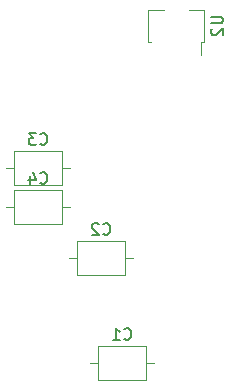
<source format=gbr>
%TF.GenerationSoftware,KiCad,Pcbnew,7.0.10*%
%TF.CreationDate,2024-03-02T18:49:49+09:00*%
%TF.ProjectId,STM32F103x8,53544d33-3246-4313-9033-78382e6b6963,rev?*%
%TF.SameCoordinates,Original*%
%TF.FileFunction,Legend,Bot*%
%TF.FilePolarity,Positive*%
%FSLAX46Y46*%
G04 Gerber Fmt 4.6, Leading zero omitted, Abs format (unit mm)*
G04 Created by KiCad (PCBNEW 7.0.10) date 2024-03-02 18:49:49*
%MOMM*%
%LPD*%
G01*
G04 APERTURE LIST*
%ADD10C,0.150000*%
%ADD11C,0.120000*%
G04 APERTURE END LIST*
D10*
X161710666Y-72869580D02*
X161758285Y-72917200D01*
X161758285Y-72917200D02*
X161901142Y-72964819D01*
X161901142Y-72964819D02*
X161996380Y-72964819D01*
X161996380Y-72964819D02*
X162139237Y-72917200D01*
X162139237Y-72917200D02*
X162234475Y-72821961D01*
X162234475Y-72821961D02*
X162282094Y-72726723D01*
X162282094Y-72726723D02*
X162329713Y-72536247D01*
X162329713Y-72536247D02*
X162329713Y-72393390D01*
X162329713Y-72393390D02*
X162282094Y-72202914D01*
X162282094Y-72202914D02*
X162234475Y-72107676D01*
X162234475Y-72107676D02*
X162139237Y-72012438D01*
X162139237Y-72012438D02*
X161996380Y-71964819D01*
X161996380Y-71964819D02*
X161901142Y-71964819D01*
X161901142Y-71964819D02*
X161758285Y-72012438D01*
X161758285Y-72012438D02*
X161710666Y-72060057D01*
X161377332Y-71964819D02*
X160758285Y-71964819D01*
X160758285Y-71964819D02*
X161091618Y-72345771D01*
X161091618Y-72345771D02*
X160948761Y-72345771D01*
X160948761Y-72345771D02*
X160853523Y-72393390D01*
X160853523Y-72393390D02*
X160805904Y-72441009D01*
X160805904Y-72441009D02*
X160758285Y-72536247D01*
X160758285Y-72536247D02*
X160758285Y-72774342D01*
X160758285Y-72774342D02*
X160805904Y-72869580D01*
X160805904Y-72869580D02*
X160853523Y-72917200D01*
X160853523Y-72917200D02*
X160948761Y-72964819D01*
X160948761Y-72964819D02*
X161234475Y-72964819D01*
X161234475Y-72964819D02*
X161329713Y-72917200D01*
X161329713Y-72917200D02*
X161377332Y-72869580D01*
X167044666Y-80489580D02*
X167092285Y-80537200D01*
X167092285Y-80537200D02*
X167235142Y-80584819D01*
X167235142Y-80584819D02*
X167330380Y-80584819D01*
X167330380Y-80584819D02*
X167473237Y-80537200D01*
X167473237Y-80537200D02*
X167568475Y-80441961D01*
X167568475Y-80441961D02*
X167616094Y-80346723D01*
X167616094Y-80346723D02*
X167663713Y-80156247D01*
X167663713Y-80156247D02*
X167663713Y-80013390D01*
X167663713Y-80013390D02*
X167616094Y-79822914D01*
X167616094Y-79822914D02*
X167568475Y-79727676D01*
X167568475Y-79727676D02*
X167473237Y-79632438D01*
X167473237Y-79632438D02*
X167330380Y-79584819D01*
X167330380Y-79584819D02*
X167235142Y-79584819D01*
X167235142Y-79584819D02*
X167092285Y-79632438D01*
X167092285Y-79632438D02*
X167044666Y-79680057D01*
X166663713Y-79680057D02*
X166616094Y-79632438D01*
X166616094Y-79632438D02*
X166520856Y-79584819D01*
X166520856Y-79584819D02*
X166282761Y-79584819D01*
X166282761Y-79584819D02*
X166187523Y-79632438D01*
X166187523Y-79632438D02*
X166139904Y-79680057D01*
X166139904Y-79680057D02*
X166092285Y-79775295D01*
X166092285Y-79775295D02*
X166092285Y-79870533D01*
X166092285Y-79870533D02*
X166139904Y-80013390D01*
X166139904Y-80013390D02*
X166711332Y-80584819D01*
X166711332Y-80584819D02*
X166092285Y-80584819D01*
X161710666Y-76171580D02*
X161758285Y-76219200D01*
X161758285Y-76219200D02*
X161901142Y-76266819D01*
X161901142Y-76266819D02*
X161996380Y-76266819D01*
X161996380Y-76266819D02*
X162139237Y-76219200D01*
X162139237Y-76219200D02*
X162234475Y-76123961D01*
X162234475Y-76123961D02*
X162282094Y-76028723D01*
X162282094Y-76028723D02*
X162329713Y-75838247D01*
X162329713Y-75838247D02*
X162329713Y-75695390D01*
X162329713Y-75695390D02*
X162282094Y-75504914D01*
X162282094Y-75504914D02*
X162234475Y-75409676D01*
X162234475Y-75409676D02*
X162139237Y-75314438D01*
X162139237Y-75314438D02*
X161996380Y-75266819D01*
X161996380Y-75266819D02*
X161901142Y-75266819D01*
X161901142Y-75266819D02*
X161758285Y-75314438D01*
X161758285Y-75314438D02*
X161710666Y-75362057D01*
X160853523Y-75600152D02*
X160853523Y-76266819D01*
X161091618Y-75219200D02*
X161329713Y-75933485D01*
X161329713Y-75933485D02*
X160710666Y-75933485D01*
X168822666Y-89379580D02*
X168870285Y-89427200D01*
X168870285Y-89427200D02*
X169013142Y-89474819D01*
X169013142Y-89474819D02*
X169108380Y-89474819D01*
X169108380Y-89474819D02*
X169251237Y-89427200D01*
X169251237Y-89427200D02*
X169346475Y-89331961D01*
X169346475Y-89331961D02*
X169394094Y-89236723D01*
X169394094Y-89236723D02*
X169441713Y-89046247D01*
X169441713Y-89046247D02*
X169441713Y-88903390D01*
X169441713Y-88903390D02*
X169394094Y-88712914D01*
X169394094Y-88712914D02*
X169346475Y-88617676D01*
X169346475Y-88617676D02*
X169251237Y-88522438D01*
X169251237Y-88522438D02*
X169108380Y-88474819D01*
X169108380Y-88474819D02*
X169013142Y-88474819D01*
X169013142Y-88474819D02*
X168870285Y-88522438D01*
X168870285Y-88522438D02*
X168822666Y-88570057D01*
X167870285Y-89474819D02*
X168441713Y-89474819D01*
X168155999Y-89474819D02*
X168155999Y-88474819D01*
X168155999Y-88474819D02*
X168251237Y-88617676D01*
X168251237Y-88617676D02*
X168346475Y-88712914D01*
X168346475Y-88712914D02*
X168441713Y-88760533D01*
X176182819Y-62103095D02*
X176992342Y-62103095D01*
X176992342Y-62103095D02*
X177087580Y-62150714D01*
X177087580Y-62150714D02*
X177135200Y-62198333D01*
X177135200Y-62198333D02*
X177182819Y-62293571D01*
X177182819Y-62293571D02*
X177182819Y-62484047D01*
X177182819Y-62484047D02*
X177135200Y-62579285D01*
X177135200Y-62579285D02*
X177087580Y-62626904D01*
X177087580Y-62626904D02*
X176992342Y-62674523D01*
X176992342Y-62674523D02*
X176182819Y-62674523D01*
X176278057Y-63103095D02*
X176230438Y-63150714D01*
X176230438Y-63150714D02*
X176182819Y-63245952D01*
X176182819Y-63245952D02*
X176182819Y-63484047D01*
X176182819Y-63484047D02*
X176230438Y-63579285D01*
X176230438Y-63579285D02*
X176278057Y-63626904D01*
X176278057Y-63626904D02*
X176373295Y-63674523D01*
X176373295Y-63674523D02*
X176468533Y-63674523D01*
X176468533Y-63674523D02*
X176611390Y-63626904D01*
X176611390Y-63626904D02*
X177182819Y-63055476D01*
X177182819Y-63055476D02*
X177182819Y-63674523D01*
D11*
%TO.C,C3*%
X164254000Y-74930000D02*
X163564000Y-74930000D01*
X163564000Y-76350000D02*
X159524000Y-76350000D01*
X163564000Y-73510000D02*
X163564000Y-76350000D01*
X159524000Y-76350000D02*
X159524000Y-73510000D01*
X159524000Y-73510000D02*
X163564000Y-73510000D01*
X158834000Y-74930000D02*
X159524000Y-74930000D01*
%TO.C,C2*%
X169588000Y-82550000D02*
X168898000Y-82550000D01*
X168898000Y-83970000D02*
X164858000Y-83970000D01*
X168898000Y-81130000D02*
X168898000Y-83970000D01*
X164858000Y-83970000D02*
X164858000Y-81130000D01*
X164858000Y-81130000D02*
X168898000Y-81130000D01*
X164168000Y-82550000D02*
X164858000Y-82550000D01*
%TO.C,C4*%
X164254000Y-78232000D02*
X163564000Y-78232000D01*
X163564000Y-79652000D02*
X159524000Y-79652000D01*
X163564000Y-76812000D02*
X163564000Y-79652000D01*
X159524000Y-79652000D02*
X159524000Y-76812000D01*
X159524000Y-76812000D02*
X163564000Y-76812000D01*
X158834000Y-78232000D02*
X159524000Y-78232000D01*
%TO.C,C1*%
X171366000Y-91440000D02*
X170676000Y-91440000D01*
X170676000Y-92860000D02*
X166636000Y-92860000D01*
X170676000Y-90020000D02*
X170676000Y-92860000D01*
X166636000Y-92860000D02*
X166636000Y-90020000D01*
X166636000Y-90020000D02*
X170676000Y-90020000D01*
X165946000Y-91440000D02*
X166636000Y-91440000D01*
%TO.C,U2*%
X175358000Y-65365000D02*
X175358000Y-64225000D01*
X170868000Y-64225000D02*
X171098000Y-64225000D01*
X175588000Y-64225000D02*
X175358000Y-64225000D01*
X175588000Y-64225000D02*
X175588000Y-61505000D01*
X170868000Y-61505000D02*
X170868000Y-64225000D01*
X172178000Y-61505000D02*
X170868000Y-61505000D01*
X175588000Y-61505000D02*
X174278000Y-61505000D01*
%TD*%
M02*

</source>
